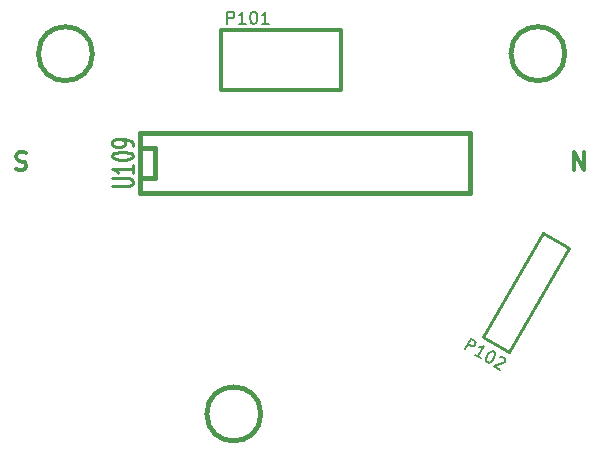
<source format=gto>
G04 (created by PCBNEW (2013-dec-23)-stable) date Mon 23 Jun 2014 14:09:51 BST*
%MOIN*%
G04 Gerber Fmt 3.4, Leading zero omitted, Abs format*
%FSLAX34Y34*%
G01*
G70*
G90*
G04 APERTURE LIST*
%ADD10C,0.00590551*%
%ADD11C,0.011811*%
%ADD12C,0.012*%
%ADD13C,0.01*%
%ADD14C,0.015*%
%ADD15C,0.008*%
%ADD16C,0.01125*%
G04 APERTURE END LIST*
G54D10*
G54D11*
X74280Y-57410D02*
X74365Y-57439D01*
X74505Y-57439D01*
X74562Y-57410D01*
X74590Y-57382D01*
X74618Y-57326D01*
X74618Y-57270D01*
X74590Y-57214D01*
X74562Y-57185D01*
X74505Y-57157D01*
X74393Y-57129D01*
X74337Y-57101D01*
X74308Y-57073D01*
X74280Y-57017D01*
X74280Y-56960D01*
X74308Y-56904D01*
X74337Y-56876D01*
X74393Y-56848D01*
X74533Y-56848D01*
X74618Y-56876D01*
X92883Y-57439D02*
X92883Y-56848D01*
X93220Y-57439D01*
X93220Y-56848D01*
G54D12*
X85111Y-54755D02*
X81111Y-54755D01*
X81111Y-54755D02*
X81111Y-52755D01*
X81111Y-52755D02*
X85111Y-52755D01*
X85111Y-52755D02*
X85111Y-54755D01*
G54D13*
X92713Y-60048D02*
X90713Y-63512D01*
X91847Y-59548D02*
X89847Y-63012D01*
X89847Y-63012D02*
X90713Y-63512D01*
X92713Y-60048D02*
X91847Y-59548D01*
G54D14*
X78398Y-56700D02*
X78898Y-56700D01*
X78898Y-56700D02*
X78898Y-57700D01*
X78898Y-57700D02*
X78398Y-57700D01*
X78398Y-56200D02*
X89398Y-56200D01*
X89398Y-56200D02*
X89398Y-58200D01*
X89398Y-58200D02*
X78398Y-58200D01*
X78398Y-58200D02*
X78398Y-56200D01*
X82436Y-65566D02*
G75*
G03X82436Y-65566I-900J0D01*
G74*
G01*
X92574Y-53558D02*
G75*
G03X92574Y-53558I-900J0D01*
G74*
G01*
X76825Y-53558D02*
G75*
G03X76825Y-53558I-900J0D01*
G74*
G01*
G54D15*
X81323Y-52561D02*
X81323Y-52161D01*
X81476Y-52161D01*
X81514Y-52180D01*
X81533Y-52200D01*
X81552Y-52238D01*
X81552Y-52295D01*
X81533Y-52333D01*
X81514Y-52352D01*
X81476Y-52371D01*
X81323Y-52371D01*
X81933Y-52561D02*
X81704Y-52561D01*
X81819Y-52561D02*
X81819Y-52161D01*
X81780Y-52219D01*
X81742Y-52257D01*
X81704Y-52276D01*
X82180Y-52161D02*
X82219Y-52161D01*
X82257Y-52180D01*
X82276Y-52200D01*
X82295Y-52238D01*
X82314Y-52314D01*
X82314Y-52409D01*
X82295Y-52485D01*
X82276Y-52523D01*
X82257Y-52542D01*
X82219Y-52561D01*
X82180Y-52561D01*
X82142Y-52542D01*
X82123Y-52523D01*
X82104Y-52485D01*
X82085Y-52409D01*
X82085Y-52314D01*
X82104Y-52238D01*
X82123Y-52200D01*
X82142Y-52180D01*
X82180Y-52161D01*
X82695Y-52561D02*
X82466Y-52561D01*
X82580Y-52561D02*
X82580Y-52161D01*
X82542Y-52219D01*
X82504Y-52257D01*
X82466Y-52276D01*
X89233Y-63402D02*
X89433Y-63055D01*
X89565Y-63131D01*
X89588Y-63167D01*
X89595Y-63193D01*
X89593Y-63235D01*
X89564Y-63285D01*
X89529Y-63308D01*
X89503Y-63315D01*
X89460Y-63313D01*
X89328Y-63237D01*
X89761Y-63706D02*
X89563Y-63592D01*
X89662Y-63649D02*
X89862Y-63303D01*
X89800Y-63333D01*
X89748Y-63347D01*
X89706Y-63345D01*
X90175Y-63484D02*
X90208Y-63503D01*
X90232Y-63538D01*
X90239Y-63564D01*
X90236Y-63607D01*
X90215Y-63682D01*
X90167Y-63765D01*
X90112Y-63821D01*
X90077Y-63845D01*
X90051Y-63852D01*
X90008Y-63849D01*
X89975Y-63830D01*
X89952Y-63795D01*
X89945Y-63769D01*
X89947Y-63726D01*
X89969Y-63651D01*
X90017Y-63568D01*
X90071Y-63512D01*
X90107Y-63488D01*
X90133Y-63481D01*
X90175Y-63484D01*
X90404Y-63660D02*
X90430Y-63653D01*
X90472Y-63655D01*
X90555Y-63703D01*
X90578Y-63738D01*
X90585Y-63764D01*
X90583Y-63807D01*
X90563Y-63840D01*
X90518Y-63880D01*
X90206Y-63964D01*
X90421Y-64087D01*
G54D16*
X77483Y-57971D02*
X78050Y-57971D01*
X78116Y-57950D01*
X78150Y-57928D01*
X78183Y-57885D01*
X78183Y-57800D01*
X78150Y-57757D01*
X78116Y-57735D01*
X78050Y-57714D01*
X77483Y-57714D01*
X78183Y-57264D02*
X78183Y-57521D01*
X78183Y-57392D02*
X77483Y-57392D01*
X77583Y-57435D01*
X77650Y-57478D01*
X77683Y-57521D01*
X77483Y-56985D02*
X77483Y-56942D01*
X77516Y-56900D01*
X77550Y-56878D01*
X77616Y-56857D01*
X77750Y-56835D01*
X77916Y-56835D01*
X78050Y-56857D01*
X78116Y-56878D01*
X78150Y-56900D01*
X78183Y-56942D01*
X78183Y-56985D01*
X78150Y-57028D01*
X78116Y-57050D01*
X78050Y-57071D01*
X77916Y-57092D01*
X77750Y-57092D01*
X77616Y-57071D01*
X77550Y-57050D01*
X77516Y-57028D01*
X77483Y-56985D01*
X78183Y-56621D02*
X78183Y-56535D01*
X78150Y-56492D01*
X78116Y-56471D01*
X78016Y-56428D01*
X77883Y-56407D01*
X77616Y-56407D01*
X77550Y-56428D01*
X77516Y-56450D01*
X77483Y-56492D01*
X77483Y-56578D01*
X77516Y-56621D01*
X77550Y-56642D01*
X77616Y-56664D01*
X77783Y-56664D01*
X77850Y-56642D01*
X77883Y-56621D01*
X77916Y-56578D01*
X77916Y-56492D01*
X77883Y-56450D01*
X77850Y-56428D01*
X77783Y-56407D01*
G54D12*
M02*

</source>
